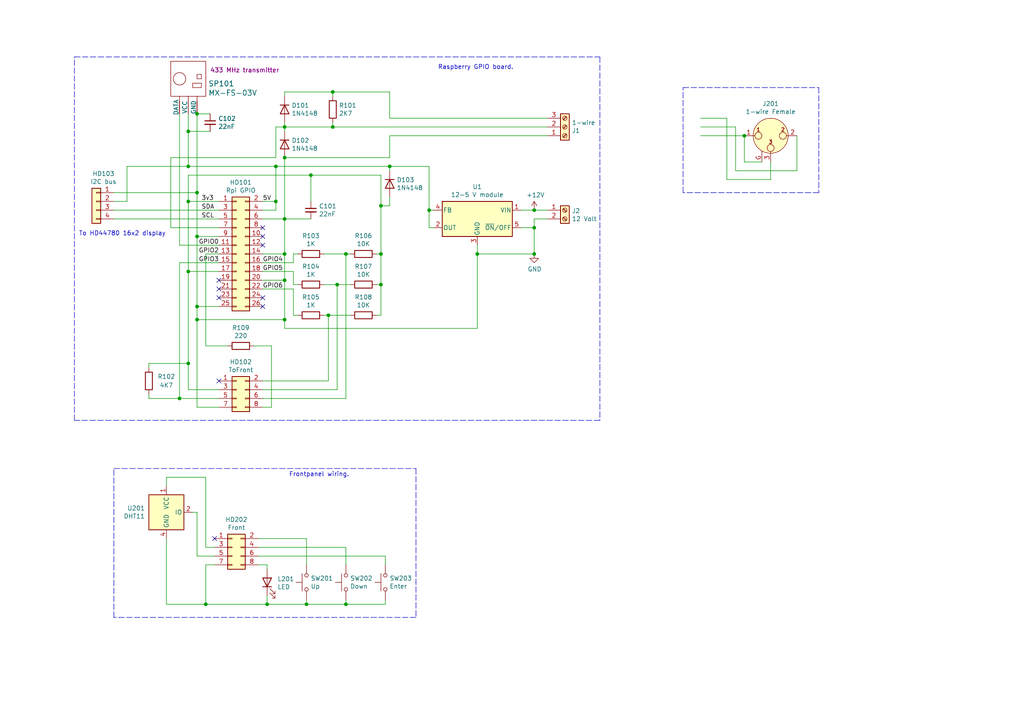
<source format=kicad_sch>
(kicad_sch (version 20211123) (generator eeschema)
  (paper "A4")
  (title_block (title "ThermFerm") (date "2021-05-28") (rev "1.1") (company "MBSE") (comment 1 "Raspberry GPIO extension"))
  (lib_symbols
    (symbol "Connector:Screw_Terminal_01x02" (pin_names (offset 1.016) hide)
      (property "Reference" "J" (at 0 2.54 0))
      (property "Value" "Screw_Terminal_01x02" (at 0 -5.08 0))
      (symbol "Screw_Terminal_01x02_1_1"
        (rectangle (start -1.27 1.27) (end 1.27 -3.81) (stroke (width 0.254)) (fill (type background)))
        (circle (center 0 -2.54) (radius 0.635) (stroke (width 0.1524)))
        (polyline (pts (xy -0.5334 -2.2098) (xy 0.3302 -3.048)) (stroke (width 0.1524)))
        (polyline (pts (xy -0.5334 0.3302) (xy 0.3302 -0.508)) (stroke (width 0.1524)))
        (polyline (pts (xy -0.3556 -2.032) (xy 0.508 -2.8702)) (stroke (width 0.1524)))
        (polyline (pts (xy -0.3556 0.508) (xy 0.508 -0.3302)) (stroke (width 0.1524)))
        (circle (center 0 0) (radius 0.635) (stroke (width 0.1524)))
        (pin passive line (at -5.08 0 0) (length 3.81) (name "Pin_1") (number "1"))
        (pin passive line (at -5.08 -2.54 0) (length 3.81) (name "Pin_2") (number "2"))
      )
    )
    (symbol "Connector:Screw_Terminal_01x03" (pin_names (offset 1.016) hide)
      (property "Reference" "J" (at 0 5.08 0))
      (property "Value" "Screw_Terminal_01x03" (at 0 -5.08 0))
      (symbol "Screw_Terminal_01x03_1_1"
        (rectangle (start -1.27 3.81) (end 1.27 -3.81) (stroke (width 0.254)) (fill (type background)))
        (circle (center 0 -2.54) (radius 0.635) (stroke (width 0.1524)))
        (polyline (pts (xy -0.5334 -2.2098) (xy 0.3302 -3.048)) (stroke (width 0.1524)))
        (polyline (pts (xy -0.5334 0.3302) (xy 0.3302 -0.508)) (stroke (width 0.1524)))
        (polyline (pts (xy -0.5334 2.8702) (xy 0.3302 2.032)) (stroke (width 0.1524)))
        (polyline (pts (xy -0.3556 -2.032) (xy 0.508 -2.8702)) (stroke (width 0.1524)))
        (polyline (pts (xy -0.3556 0.508) (xy 0.508 -0.3302)) (stroke (width 0.1524)))
        (polyline (pts (xy -0.3556 3.048) (xy 0.508 2.2098)) (stroke (width 0.1524)))
        (circle (center 0 0) (radius 0.635) (stroke (width 0.1524)))
        (circle (center 0 2.54) (radius 0.635) (stroke (width 0.1524)))
        (pin passive line (at -5.08 2.54 0) (length 3.81) (name "Pin_1") (number "1"))
        (pin passive line (at -5.08 0 0) (length 3.81) (name "Pin_2") (number "2"))
        (pin passive line (at -5.08 -2.54 0) (length 3.81) (name "Pin_3") (number "3"))
      )
    )
    (symbol "Connector:XLR3_Ground" (pin_names hide)
      (property "Reference" "J" (at 0 8.89 0))
      (property "Value" "XLR3_Ground" (at 0 6.35 0))
      (symbol "XLR3_Ground_0_1"
        (circle (center -3.556 0) (radius 1.016))
        (circle (center 0 -3.556) (radius 1.016))
        (polyline (pts (xy -5.08 0) (xy -4.572 0)))
        (polyline (pts (xy -2.54 -5.08) (xy -2.54 -4.445)))
        (polyline (pts (xy 0 -5.08) (xy 0 -4.572)))
        (polyline (pts (xy 5.08 0) (xy 4.572 0)))
        (circle (center 0 0) (radius 5.08) (fill (type background)))
        (circle (center 3.556 0) (radius 1.016))
        (text "1" (at -3.556 1.778 0) (effects (font (size 1.016 1.016) bold)))
        (text "2" (at 3.556 1.778 0) (effects (font (size 1.016 1.016) bold)))
        (text "3" (at 0 -1.778 0) (effects (font (size 1.016 1.016) bold)))
        (pin passive line (at -7.62 0 0) (length 2.54) (name "~") (number "1"))
        (pin passive line (at 7.62 0 180) (length 2.54) (name "~") (number "2"))
        (pin passive line (at 0 -7.62 90) (length 2.54) (name "~") (number "3"))
      )
      (symbol "XLR3_Ground_1_1"
        (pin passive line (at -2.54 -7.62 90) (length 2.54) (name "~") (number "G"))
      )
    )
    (symbol "Connector_Generic:Conn_01x04" (pin_names (offset 1.016) hide)
      (property "Reference" "J" (at 0 5.08 0))
      (property "Value" "Conn_01x04" (at 0 -7.62 0))
      (symbol "Conn_01x04_1_1"
        (rectangle (start -1.27 -4.953) (end 0 -5.207) (stroke (width 0.1524)))
        (rectangle (start -1.27 -2.413) (end 0 -2.667) (stroke (width 0.1524)))
        (rectangle (start -1.27 0.127) (end 0 -0.127) (stroke (width 0.1524)))
        (rectangle (start -1.27 2.667) (end 0 2.413) (stroke (width 0.1524)))
        (rectangle (start -1.27 3.81) (end 1.27 -6.35) (stroke (width 0.254)) (fill (type background)))
        (pin passive line (at -5.08 2.54 0) (length 3.81) (name "Pin_1") (number "1"))
        (pin passive line (at -5.08 0 0) (length 3.81) (name "Pin_2") (number "2"))
        (pin passive line (at -5.08 -2.54 0) (length 3.81) (name "Pin_3") (number "3"))
        (pin passive line (at -5.08 -5.08 0) (length 3.81) (name "Pin_4") (number "4"))
      )
    )
    (symbol "Connector_Generic:Conn_02x04_Odd_Even" (pin_names (offset 1.016) hide)
      (property "Reference" "J" (at 1.27 5.08 0))
      (property "Value" "Conn_02x04_Odd_Even" (at 1.27 -7.62 0))
      (symbol "Conn_02x04_Odd_Even_1_1"
        (rectangle (start -1.27 -4.953) (end 0 -5.207) (stroke (width 0.1524)))
        (rectangle (start -1.27 -2.413) (end 0 -2.667) (stroke (width 0.1524)))
        (rectangle (start -1.27 0.127) (end 0 -0.127) (stroke (width 0.1524)))
        (rectangle (start -1.27 2.667) (end 0 2.413) (stroke (width 0.1524)))
        (rectangle (start -1.27 3.81) (end 3.81 -6.35) (stroke (width 0.254)) (fill (type background)))
        (rectangle (start 3.81 -4.953) (end 2.54 -5.207) (stroke (width 0.1524)))
        (rectangle (start 3.81 -2.413) (end 2.54 -2.667) (stroke (width 0.1524)))
        (rectangle (start 3.81 0.127) (end 2.54 -0.127) (stroke (width 0.1524)))
        (rectangle (start 3.81 2.667) (end 2.54 2.413) (stroke (width 0.1524)))
        (pin passive line (at -5.08 2.54 0) (length 3.81) (name "Pin_1") (number "1"))
        (pin passive line (at 7.62 2.54 180) (length 3.81) (name "Pin_2") (number "2"))
        (pin passive line (at -5.08 0 0) (length 3.81) (name "Pin_3") (number "3"))
        (pin passive line (at 7.62 0 180) (length 3.81) (name "Pin_4") (number "4"))
        (pin passive line (at -5.08 -2.54 0) (length 3.81) (name "Pin_5") (number "5"))
        (pin passive line (at 7.62 -2.54 180) (length 3.81) (name "Pin_6") (number "6"))
        (pin passive line (at -5.08 -5.08 0) (length 3.81) (name "Pin_7") (number "7"))
        (pin passive line (at 7.62 -5.08 180) (length 3.81) (name "Pin_8") (number "8"))
      )
    )
    (symbol "Connector_Generic:Conn_02x13_Odd_Even" (pin_names (offset 1.016) hide)
      (property "Reference" "J" (at 1.27 17.78 0))
      (property "Value" "Conn_02x13_Odd_Even" (at 1.27 -17.78 0))
      (symbol "Conn_02x13_Odd_Even_1_1"
        (rectangle (start -1.27 -15.113) (end 0 -15.367) (stroke (width 0.1524)))
        (rectangle (start -1.27 -12.573) (end 0 -12.827) (stroke (width 0.1524)))
        (rectangle (start -1.27 -10.033) (end 0 -10.287) (stroke (width 0.1524)))
        (rectangle (start -1.27 -7.493) (end 0 -7.747) (stroke (width 0.1524)))
        (rectangle (start -1.27 -4.953) (end 0 -5.207) (stroke (width 0.1524)))
        (rectangle (start -1.27 -2.413) (end 0 -2.667) (stroke (width 0.1524)))
        (rectangle (start -1.27 0.127) (end 0 -0.127) (stroke (width 0.1524)))
        (rectangle (start -1.27 2.667) (end 0 2.413) (stroke (width 0.1524)))
        (rectangle (start -1.27 5.207) (end 0 4.953) (stroke (width 0.1524)))
        (rectangle (start -1.27 7.747) (end 0 7.493) (stroke (width 0.1524)))
        (rectangle (start -1.27 10.287) (end 0 10.033) (stroke (width 0.1524)))
        (rectangle (start -1.27 12.827) (end 0 12.573) (stroke (width 0.1524)))
        (rectangle (start -1.27 15.367) (end 0 15.113) (stroke (width 0.1524)))
        (rectangle (start -1.27 16.51) (end 3.81 -16.51) (stroke (width 0.254)) (fill (type background)))
        (rectangle (start 3.81 -15.113) (end 2.54 -15.367) (stroke (width 0.1524)))
        (rectangle (start 3.81 -12.573) (end 2.54 -12.827) (stroke (width 0.1524)))
        (rectangle (start 3.81 -10.033) (end 2.54 -10.287) (stroke (width 0.1524)))
        (rectangle (start 3.81 -7.493) (end 2.54 -7.747) (stroke (width 0.1524)))
        (rectangle (start 3.81 -4.953) (end 2.54 -5.207) (stroke (width 0.1524)))
        (rectangle (start 3.81 -2.413) (end 2.54 -2.667) (stroke (width 0.1524)))
        (rectangle (start 3.81 0.127) (end 2.54 -0.127) (stroke (width 0.1524)))
        (rectangle (start 3.81 2.667) (end 2.54 2.413) (stroke (width 0.1524)))
        (rectangle (start 3.81 5.207) (end 2.54 4.953) (stroke (width 0.1524)))
        (rectangle (start 3.81 7.747) (end 2.54 7.493) (stroke (width 0.1524)))
        (rectangle (start 3.81 10.287) (end 2.54 10.033) (stroke (width 0.1524)))
        (rectangle (start 3.81 12.827) (end 2.54 12.573) (stroke (width 0.1524)))
        (rectangle (start 3.81 15.367) (end 2.54 15.113) (stroke (width 0.1524)))
        (pin passive line (at -5.08 15.24 0) (length 3.81) (name "Pin_1") (number "1"))
        (pin passive line (at 7.62 5.08 180) (length 3.81) (name "Pin_10") (number "10"))
        (pin passive line (at -5.08 2.54 0) (length 3.81) (name "Pin_11") (number "11"))
        (pin passive line (at 7.62 2.54 180) (length 3.81) (name "Pin_12") (number "12"))
        (pin passive line (at -5.08 0 0) (length 3.81) (name "Pin_13") (number "13"))
        (pin passive line (at 7.62 0 180) (length 3.81) (name "Pin_14") (number "14"))
        (pin passive line (at -5.08 -2.54 0) (length 3.81) (name "Pin_15") (number "15"))
        (pin passive line (at 7.62 -2.54 180) (length 3.81) (name "Pin_16") (number "16"))
        (pin passive line (at -5.08 -5.08 0) (length 3.81) (name "Pin_17") (number "17"))
        (pin passive line (at 7.62 -5.08 180) (length 3.81) (name "Pin_18") (number "18"))
        (pin passive line (at -5.08 -7.62 0) (length 3.81) (name "Pin_19") (number "19"))
        (pin passive line (at 7.62 15.24 180) (length 3.81) (name "Pin_2") (number "2"))
        (pin passive line (at 7.62 -7.62 180) (length 3.81) (name "Pin_20") (number "20"))
        (pin passive line (at -5.08 -10.16 0) (length 3.81) (name "Pin_21") (number "21"))
        (pin passive line (at 7.62 -10.16 180) (length 3.81) (name "Pin_22") (number "22"))
        (pin passive line (at -5.08 -12.7 0) (length 3.81) (name "Pin_23") (number "23"))
        (pin passive line (at 7.62 -12.7 180) (length 3.81) (name "Pin_24") (number "24"))
        (pin passive line (at -5.08 -15.24 0) (length 3.81) (name "Pin_25") (number "25"))
        (pin passive line (at 7.62 -15.24 180) (length 3.81) (name "Pin_26") (number "26"))
        (pin passive line (at -5.08 12.7 0) (length 3.81) (name "Pin_3") (number "3"))
        (pin passive line (at 7.62 12.7 180) (length 3.81) (name "Pin_4") (number "4"))
        (pin passive line (at -5.08 10.16 0) (length 3.81) (name "Pin_5") (number "5"))
        (pin passive line (at 7.62 10.16 180) (length 3.81) (name "Pin_6") (number "6"))
        (pin passive line (at -5.08 7.62 0) (length 3.81) (name "Pin_7") (number "7"))
        (pin passive line (at 7.62 7.62 180) (length 3.81) (name "Pin_8") (number "8"))
        (pin passive line (at -5.08 5.08 0) (length 3.81) (name "Pin_9") (number "9"))
      )
    )
    (symbol "Device:C_Small" (pin_numbers hide) (pin_names (offset 0.254) hide)
      (property "Reference" "C" (at 0.254 1.778 0))
      (property "Value" "C_Small" (at 0.254 -2.032 0))
      (symbol "C_Small_0_1"
        (polyline (pts (xy -1.524 -0.508) (xy 1.524 -0.508)) (stroke (width 0.3302)))
        (polyline (pts (xy -1.524 0.508) (xy 1.524 0.508)) (stroke (width 0.3048)))
      )
      (symbol "C_Small_1_1"
        (pin passive line (at 0 2.54 270) (length 2.032) (name "~") (number "1"))
        (pin passive line (at 0 -2.54 90) (length 2.032) (name "~") (number "2"))
      )
    )
    (symbol "Device:LED" (pin_numbers hide) (pin_names (offset 1.016) hide)
      (property "Reference" "D" (at 0 2.54 0))
      (property "Value" "LED" (at 0 -2.54 0))
      (symbol "LED_0_1"
        (polyline (pts (xy -1.27 -1.27) (xy -1.27 1.27)) (stroke (width 0.254)))
        (polyline (pts (xy -1.27 0) (xy 1.27 0)))
        (polyline (pts (xy 1.27 -1.27) (xy 1.27 1.27) (xy -1.27 0) (xy 1.27 -1.27)) (stroke (width 0.254)))
        (polyline (pts (xy -3.048 -0.762) (xy -4.572 -2.286) (xy -3.81 -2.286) (xy -4.572 -2.286) (xy -4.572 -1.524)))
        (polyline (pts (xy -1.778 -0.762) (xy -3.302 -2.286) (xy -2.54 -2.286) (xy -3.302 -2.286) (xy -3.302 -1.524)))
      )
      (symbol "LED_1_1"
        (pin passive line (at -3.81 0 0) (length 2.54) (name "K") (number "1"))
        (pin passive line (at 3.81 0 180) (length 2.54) (name "A") (number "2"))
      )
    )
    (symbol "Device:R" (pin_numbers hide) (pin_names (offset 0))
      (property "Reference" "R" (at 2.032 0 90))
      (property "Value" "R" (at 0 0 90))
      (symbol "R_0_1"
        (rectangle (start -1.016 -2.54) (end 1.016 2.54) (stroke (width 0.254)))
      )
      (symbol "R_1_1"
        (pin passive line (at 0 3.81 270) (length 1.27) (name "~") (number "1"))
        (pin passive line (at 0 -3.81 90) (length 1.27) (name "~") (number "2"))
      )
    )
    (symbol "Diode:1N4148" (pin_numbers hide) (pin_names (offset 1.016) hide)
      (property "Reference" "D" (at 0 2.54 0))
      (property "Value" "1N4148" (at 0 -2.54 0))
      (symbol "1N4148_0_1"
        (polyline (pts (xy -1.27 1.27) (xy -1.27 -1.27)) (stroke (width 0.254)))
        (polyline (pts (xy 1.27 0) (xy -1.27 0)))
        (polyline (pts (xy 1.27 1.27) (xy 1.27 -1.27) (xy -1.27 0) (xy 1.27 1.27)) (stroke (width 0.254)))
      )
      (symbol "1N4148_1_1"
        (pin passive line (at -3.81 0 0) (length 2.54) (name "K") (number "1"))
        (pin passive line (at 3.81 0 180) (length 2.54) (name "A") (number "2"))
      )
    )
    (symbol "Regulator_Switching:LM2575-5.0BU" (pin_names (offset 0.254))
      (property "Reference" "U" (at -10.16 6.35 0))
      (property "Value" "LM2575-5.0BU" (at 0 6.35 0))
      (symbol "LM2575-5.0BU_0_1"
        (rectangle (start -10.16 5.08) (end 10.16 -5.08) (stroke (width 0.254)) (fill (type background)))
      )
      (symbol "LM2575-5.0BU_1_1"
        (pin power_in line (at -12.7 2.54 0) (length 2.54) (name "VIN") (number "1"))
        (pin output line (at 12.7 -2.54 180) (length 2.54) (name "OUT") (number "2"))
        (pin power_in line (at 0 -7.62 90) (length 2.54) (name "GND") (number "3"))
        (pin input line (at 12.7 2.54 180) (length 2.54) (name "FB") (number "4"))
        (pin input line (at -12.7 -2.54 0) (length 2.54) (name "~{ON}/OFF") (number "5"))
      )
    )
    (symbol "Sensor:DHT11"
      (property "Reference" "U" (at -3.81 6.35 0))
      (property "Value" "DHT11" (at 3.81 6.35 0))
      (symbol "DHT11_0_1"
        (rectangle (start -5.08 5.08) (end 5.08 -5.08) (stroke (width 0.254)) (fill (type background)))
      )
      (symbol "DHT11_1_1"
        (pin power_in line (at 0 7.62 270) (length 2.54) (name "VCC") (number "1"))
        (pin bidirectional line (at 7.62 0 180) (length 2.54) (name "IO") (number "2"))
        (pin no_connect line (at -5.08 0 0) (length 2.54) hide (name "NC") (number "3"))
        (pin power_in line (at 0 -7.62 90) (length 2.54) (name "GND") (number "4"))
      )
    )
    (symbol "Switch:SW_Push" (pin_numbers hide) (pin_names (offset 1.016) hide)
      (property "Reference" "SW" (at 1.27 2.54 0))
      (property "Value" "SW_Push" (at 0 -1.524 0))
      (symbol "SW_Push_0_1"
        (circle (center -2.032 0) (radius 0.508))
        (polyline (pts (xy 0 1.27) (xy 0 3.048)))
        (polyline (pts (xy 2.54 1.27) (xy -2.54 1.27)))
        (circle (center 2.032 0) (radius 0.508))
        (pin passive line (at -5.08 0 0) (length 2.54) (name "1") (number "1"))
        (pin passive line (at 5.08 0 180) (length 2.54) (name "2") (number "2"))
      )
    )
    (symbol "ThermFerm-rescue:RF_Transmitter_433_MHz-Stavros-sensors" (pin_numbers hide) (pin_names (offset 0))
      (property "Reference" "RF" (at 0 20.32 0))
      (property "Value" "RF_Transmitter_433_MHz-Stavros-sensors" (at 0 17.78 0))
      (symbol "RF_Transmitter_433_MHz-Stavros-sensors_0_1"
        (rectangle (start -5.08 5.08) (end 5.08 15.24))
        (circle (center -2.54 10.16) (radius 1.8034))
        (polyline (pts (xy -2.54 3.81) (xy -2.54 5.08)))
        (polyline (pts (xy 0 3.81) (xy 0 5.08)))
        (polyline (pts (xy 2.54 3.81) (xy 2.54 5.08)))
        (rectangle (start 3.81 8.89) (end 1.27 7.62))
        (rectangle (start 3.81 11.43) (end 2.54 10.16))
      )
      (symbol "RF_Transmitter_433_MHz-Stavros-sensors_1_1"
        (pin input line (at -2.54 0 90) (length 3.81) (name "DATA") (number "1"))
        (pin power_in line (at 0 0 90) (length 3.81) (name "VCC") (number "2"))
        (pin power_in line (at 2.54 0 90) (length 3.81) (name "GND") (number "3"))
      )
    )
    (symbol "power:+12V" (power) (pin_names (offset 0))
      (property "Value" "+12V" (at 0 3.556 0))
      (symbol "+12V_0_1"
        (polyline (pts (xy -0.762 1.27) (xy 0 2.54)))
        (polyline (pts (xy 0 0) (xy 0 2.54)))
        (polyline (pts (xy 0 2.54) (xy 0.762 1.27)))
      )
      (symbol "+12V_1_1"
        (pin power_in line (at 0 0 90) (length 0) hide (name "+12V") (number "1"))
      )
    )
    (symbol "power:GND" (power) (pin_names (offset 0))
      (property "Value" "GND" (at 0 -3.81 0))
      (symbol "GND_0_1"
        (polyline (pts (xy 0 0) (xy 0 -1.27) (xy 1.27 -1.27) (xy 0 -2.54) (xy -1.27 -1.27) (xy 0 -1.27)))
      )
      (symbol "GND_1_1"
        (pin power_in line (at 0 0 270) (length 0) hide (name "GND") (number "1"))
      )
    )
  )
  (junction (at 57.15 88.9))
  (junction (at 154.94 73.66))
  (junction (at 110.49 59.69))
  (junction (at 54.61 58.42))
  (junction (at 154.94 66.04))
  (junction (at 95.25 91.44))
  (junction (at 82.55 92.71))
  (junction (at 82.55 63.5))
  (junction (at 59.69 175.26))
  (junction (at 54.61 48.26))
  (junction (at 110.49 73.66))
  (junction (at 96.52 36.83))
  (junction (at 54.61 78.74))
  (junction (at 82.55 81.28))
  (junction (at 110.49 82.55))
  (junction (at 154.94 60.96))
  (junction (at 124.46 60.96))
  (junction (at 52.07 115.57))
  (junction (at 88.9 175.26))
  (junction (at 97.79 82.55))
  (junction (at 100.33 73.66))
  (junction (at 80.01 48.26))
  (junction (at 57.15 92.71))
  (junction (at 80.01 58.42))
  (junction (at 54.61 38.1))
  (junction (at 82.55 45.72))
  (junction (at 54.61 105.41))
  (junction (at 90.17 50.8))
  (junction (at 96.52 26.67))
  (junction (at 113.03 48.26))
  (junction (at 100.33 175.26))
  (junction (at 82.55 36.83))
  (junction (at 77.47 175.26))
  (junction (at 57.15 55.88))
  (junction (at 57.15 33.02))
  (junction (at 57.15 68.58))
  (junction (at 215.9 39.37))
  (junction (at 138.43 73.66))
  (junction (at 82.55 73.66))
  (no_connect (at 76.2 86.36))
  (no_connect (at 63.5 110.49))
  (no_connect (at 63.5 86.36))
  (no_connect (at 76.2 66.04))
  (no_connect (at 76.2 68.58))
  (no_connect (at 76.2 88.9))
  (no_connect (at 76.2 71.12))
  (no_connect (at 62.23 156.21))
  (no_connect (at 63.5 83.82))
  (no_connect (at 63.5 81.28))
  (wire (pts (xy 82.55 63.5) (xy 82.55 73.66)))
  (wire (pts (xy 54.61 58.42) (xy 63.5 58.42)))
  (wire (pts (xy 33.02 63.5) (xy 63.5 63.5)))
  (wire (pts (xy 203.2 36.83) (xy 213.36 36.83)))
  (wire (pts (xy 54.61 48.26) (xy 80.01 48.26)))
  (wire (pts (xy 110.49 59.69) (xy 110.49 50.8)))
  (wire (pts (xy 48.26 138.43) (xy 48.26 140.97)))
  (wire (pts (xy 54.61 58.42) (xy 54.61 50.8)))
  (wire (pts (xy 82.55 95.25) (xy 138.43 95.25)))
  (wire (pts (xy 85.09 83.82) (xy 85.09 91.44)))
  (polyline (pts (xy 120.65 135.89) (xy 120.65 179.07)))
  (wire (pts (xy 82.55 92.71) (xy 82.55 81.28)))
  (wire (pts (xy 76.2 83.82) (xy 85.09 83.82)))
  (wire (pts (xy 113.03 26.67) (xy 113.03 34.29)))
  (wire (pts (xy 43.18 105.41) (xy 54.61 105.41)))
  (wire (pts (xy 63.5 60.96) (xy 33.02 60.96)))
  (wire (pts (xy 59.69 158.75) (xy 59.69 138.43)))
  (polyline (pts (xy 198.12 25.4) (xy 237.49 25.4)))
  (wire (pts (xy 124.46 48.26) (xy 124.46 60.96)))
  (wire (pts (xy 97.79 113.03) (xy 97.79 82.55)))
  (wire (pts (xy 63.5 68.58) (xy 57.15 68.58)))
  (wire (pts (xy 110.49 73.66) (xy 109.22 73.66)))
  (wire (pts (xy 88.9 163.83) (xy 88.9 156.21)))
  (wire (pts (xy 74.93 161.29) (xy 111.76 161.29)))
  (wire (pts (xy 100.33 175.26) (xy 111.76 175.26)))
  (wire (pts (xy 154.94 63.5) (xy 158.75 63.5)))
  (wire (pts (xy 95.25 110.49) (xy 76.2 110.49)))
  (wire (pts (xy 95.25 91.44) (xy 95.25 110.49)))
  (wire (pts (xy 80.01 58.42) (xy 76.2 58.42)))
  (wire (pts (xy 54.61 113.03) (xy 63.5 113.03)))
  (wire (pts (xy 77.47 175.26) (xy 59.69 175.26)))
  (wire (pts (xy 76.2 60.96) (xy 80.01 60.96)))
  (wire (pts (xy 210.82 34.29) (xy 210.82 52.07)))
  (wire (pts (xy 110.49 50.8) (xy 90.17 50.8)))
  (wire (pts (xy 57.15 55.88) (xy 33.02 55.88)))
  (wire (pts (xy 213.36 49.53) (xy 231.14 49.53)))
  (wire (pts (xy 52.07 33.02) (xy 52.07 71.12)))
  (wire (pts (xy 220.98 46.99) (xy 215.9 46.99)))
  (wire (pts (xy 96.52 26.67) (xy 113.03 26.67)))
  (wire (pts (xy 113.03 34.29) (xy 158.75 34.29)))
  (wire (pts (xy 76.2 113.03) (xy 97.79 113.03)))
  (wire (pts (xy 85.09 73.66) (xy 86.36 73.66)))
  (wire (pts (xy 109.22 91.44) (xy 110.49 91.44)))
  (wire (pts (xy 203.2 34.29) (xy 210.82 34.29)))
  (polyline (pts (xy 21.59 16.51) (xy 173.99 16.51)))
  (wire (pts (xy 54.61 105.41) (xy 54.61 113.03)))
  (wire (pts (xy 76.2 78.74) (xy 85.09 78.74)))
  (wire (pts (xy 76.2 118.11) (xy 78.74 118.11)))
  (wire (pts (xy 111.76 161.29) (xy 111.76 163.83)))
  (wire (pts (xy 36.83 48.26) (xy 54.61 48.26)))
  (wire (pts (xy 76.2 76.2) (xy 85.09 76.2)))
  (wire (pts (xy 93.98 73.66) (xy 100.33 73.66)))
  (wire (pts (xy 95.25 91.44) (xy 101.6 91.44)))
  (wire (pts (xy 154.94 60.96) (xy 158.75 60.96)))
  (wire (pts (xy 203.2 39.37) (xy 215.9 39.37)))
  (wire (pts (xy 82.55 27.94) (xy 82.55 26.67)))
  (polyline (pts (xy 173.99 16.51) (xy 173.99 121.92)))
  (wire (pts (xy 57.15 68.58) (xy 57.15 88.9)))
  (wire (pts (xy 113.03 48.26) (xy 124.46 48.26)))
  (wire (pts (xy 88.9 173.99) (xy 88.9 175.26)))
  (wire (pts (xy 151.13 66.04) (xy 154.94 66.04)))
  (wire (pts (xy 57.15 118.11) (xy 57.15 92.71)))
  (wire (pts (xy 57.15 88.9) (xy 63.5 88.9)))
  (wire (pts (xy 96.52 36.83) (xy 96.52 35.56)))
  (wire (pts (xy 85.09 91.44) (xy 86.36 91.44)))
  (wire (pts (xy 100.33 115.57) (xy 100.33 73.66)))
  (wire (pts (xy 63.5 118.11) (xy 57.15 118.11)))
  (wire (pts (xy 33.02 58.42) (xy 36.83 58.42)))
  (wire (pts (xy 52.07 71.12) (xy 63.5 71.12)))
  (wire (pts (xy 55.88 148.59) (xy 57.15 148.59)))
  (wire (pts (xy 82.55 26.67) (xy 96.52 26.67)))
  (wire (pts (xy 74.93 158.75) (xy 100.33 158.75)))
  (wire (pts (xy 96.52 27.94) (xy 96.52 26.67)))
  (wire (pts (xy 110.49 73.66) (xy 110.49 59.69)))
  (polyline (pts (xy 237.49 25.4) (xy 237.49 55.88)))
  (wire (pts (xy 52.07 115.57) (xy 63.5 115.57)))
  (wire (pts (xy 110.49 82.55) (xy 110.49 73.66)))
  (wire (pts (xy 213.36 36.83) (xy 213.36 49.53)))
  (wire (pts (xy 88.9 156.21) (xy 74.93 156.21)))
  (wire (pts (xy 215.9 46.99) (xy 215.9 39.37)))
  (wire (pts (xy 82.55 36.83) (xy 82.55 35.56)))
  (wire (pts (xy 223.52 52.07) (xy 223.52 46.99)))
  (wire (pts (xy 59.69 100.33) (xy 66.04 100.33)))
  (wire (pts (xy 97.79 82.55) (xy 101.6 82.55)))
  (wire (pts (xy 57.15 161.29) (xy 62.23 161.29)))
  (wire (pts (xy 78.74 100.33) (xy 73.66 100.33)))
  (wire (pts (xy 82.55 73.66) (xy 82.55 81.28)))
  (wire (pts (xy 57.15 92.71) (xy 82.55 92.71)))
  (wire (pts (xy 57.15 68.58) (xy 57.15 55.88)))
  (wire (pts (xy 63.5 76.2) (xy 52.07 76.2)))
  (wire (pts (xy 124.46 60.96) (xy 124.46 66.04)))
  (wire (pts (xy 63.5 78.74) (xy 54.61 78.74)))
  (wire (pts (xy 100.33 175.26) (xy 100.33 173.99)))
  (polyline (pts (xy 198.12 55.88) (xy 198.12 25.4)))
  (wire (pts (xy 59.69 73.66) (xy 59.69 100.33)))
  (wire (pts (xy 62.23 163.83) (xy 59.69 163.83)))
  (wire (pts (xy 60.96 33.02) (xy 57.15 33.02)))
  (wire (pts (xy 124.46 66.04) (xy 125.73 66.04)))
  (wire (pts (xy 110.49 91.44) (xy 110.49 82.55)))
  (wire (pts (xy 54.61 78.74) (xy 54.61 58.42)))
  (wire (pts (xy 151.13 60.96) (xy 154.94 60.96)))
  (wire (pts (xy 52.07 115.57) (xy 43.18 115.57)))
  (wire (pts (xy 82.55 81.28) (xy 76.2 81.28)))
  (wire (pts (xy 93.98 91.44) (xy 95.25 91.44)))
  (wire (pts (xy 80.01 36.83) (xy 82.55 36.83)))
  (wire (pts (xy 43.18 106.68) (xy 43.18 105.41)))
  (wire (pts (xy 63.5 73.66) (xy 59.69 73.66)))
  (wire (pts (xy 90.17 63.5) (xy 82.55 63.5)))
  (wire (pts (xy 54.61 50.8) (xy 90.17 50.8)))
  (polyline (pts (xy 237.49 55.88) (xy 198.12 55.88)))
  (wire (pts (xy 90.17 50.8) (xy 90.17 58.42)))
  (wire (pts (xy 210.82 52.07) (xy 223.52 52.07)))
  (wire (pts (xy 54.61 38.1) (xy 54.61 48.26)))
  (wire (pts (xy 138.43 71.12) (xy 138.43 73.66)))
  (wire (pts (xy 43.18 115.57) (xy 43.18 114.3)))
  (wire (pts (xy 124.46 60.96) (xy 125.73 60.96)))
  (wire (pts (xy 82.55 73.66) (xy 76.2 73.66)))
  (polyline (pts (xy 33.02 179.07) (xy 33.02 135.89)))
  (wire (pts (xy 138.43 95.25) (xy 138.43 73.66)))
  (wire (pts (xy 77.47 172.72) (xy 77.47 175.26)))
  (wire (pts (xy 113.03 57.15) (xy 113.03 59.69)))
  (wire (pts (xy 80.01 60.96) (xy 80.01 58.42)))
  (polyline (pts (xy 21.59 121.92) (xy 21.59 16.51)))
  (wire (pts (xy 82.55 92.71) (xy 82.55 95.25)))
  (wire (pts (xy 110.49 82.55) (xy 109.22 82.55)))
  (wire (pts (xy 48.26 175.26) (xy 48.26 156.21)))
  (wire (pts (xy 59.69 163.83) (xy 59.69 175.26)))
  (wire (pts (xy 85.09 78.74) (xy 85.09 82.55)))
  (wire (pts (xy 85.09 76.2) (xy 85.09 73.66)))
  (wire (pts (xy 76.2 115.57) (xy 100.33 115.57)))
  (wire (pts (xy 113.03 59.69) (xy 110.49 59.69)))
  (wire (pts (xy 154.94 73.66) (xy 154.94 66.04)))
  (wire (pts (xy 77.47 163.83) (xy 77.47 165.1)))
  (polyline (pts (xy 33.02 135.89) (xy 120.65 135.89)))
  (wire (pts (xy 80.01 48.26) (xy 113.03 48.26)))
  (wire (pts (xy 113.03 45.72) (xy 113.03 39.37)))
  (wire (pts (xy 76.2 63.5) (xy 82.55 63.5)))
  (wire (pts (xy 62.23 158.75) (xy 59.69 158.75)))
  (wire (pts (xy 100.33 73.66) (xy 101.6 73.66)))
  (wire (pts (xy 78.74 118.11) (xy 78.74 100.33)))
  (wire (pts (xy 138.43 73.66) (xy 154.94 73.66)))
  (wire (pts (xy 57.15 148.59) (xy 57.15 161.29)))
  (wire (pts (xy 82.55 38.1) (xy 82.55 36.83)))
  (wire (pts (xy 93.98 82.55) (xy 97.79 82.55)))
  (wire (pts (xy 113.03 48.26) (xy 113.03 49.53)))
  (wire (pts (xy 74.93 163.83) (xy 77.47 163.83)))
  (wire (pts (xy 154.94 66.04) (xy 154.94 63.5)))
  (wire (pts (xy 57.15 55.88) (xy 57.15 33.02)))
  (wire (pts (xy 88.9 175.26) (xy 100.33 175.26)))
  (wire (pts (xy 63.5 66.04) (xy 49.53 66.04)))
  (wire (pts (xy 80.01 45.72) (xy 80.01 36.83)))
  (wire (pts (xy 49.53 45.72) (xy 80.01 45.72)))
  (polyline (pts (xy 120.65 179.07) (xy 33.02 179.07)))
  (wire (pts (xy 59.69 138.43) (xy 48.26 138.43)))
  (wire (pts (xy 111.76 175.26) (xy 111.76 173.99)))
  (wire (pts (xy 54.61 33.02) (xy 54.61 38.1)))
  (wire (pts (xy 60.96 38.1) (xy 54.61 38.1)))
  (wire (pts (xy 85.09 82.55) (xy 86.36 82.55)))
  (wire (pts (xy 52.07 76.2) (xy 52.07 115.57)))
  (wire (pts (xy 49.53 66.04) (xy 49.53 45.72)))
  (wire (pts (xy 54.61 78.74) (xy 54.61 105.41)))
  (wire (pts (xy 88.9 175.26) (xy 77.47 175.26)))
  (wire (pts (xy 80.01 48.26) (xy 80.01 58.42)))
  (wire (pts (xy 82.55 45.72) (xy 113.03 45.72)))
  (wire (pts (xy 59.69 175.26) (xy 48.26 175.26)))
  (polyline (pts (xy 173.99 121.92) (xy 21.59 121.92)))
  (wire (pts (xy 82.55 63.5) (xy 82.55 45.72)))
  (wire (pts (xy 158.75 36.83) (xy 96.52 36.83)))
  (wire (pts (xy 96.52 36.83) (xy 82.55 36.83)))
  (wire (pts (xy 36.83 58.42) (xy 36.83 48.26)))
  (wire (pts (xy 113.03 39.37) (xy 158.75 39.37)))
  (wire (pts (xy 100.33 158.75) (xy 100.33 163.83)))
  (wire (pts (xy 57.15 88.9) (xy 57.15 92.71)))
  (wire (pts (xy 231.14 49.53) (xy 231.14 39.37)))
  (text "Raspberry GPIO board." (at 127 20.32 0) (effects (font (size 1.27 1.27)) (justify left bottom)))
  (text "Frontpanel wiring." (at 83.82 138.43 0) (effects (font (size 1.27 1.27)) (justify left bottom)))
  (text "To HD44780 16x2 display" (at 22.86 68.58 0) (effects (font (size 1.27 1.27)) (justify left bottom)))
  (label "SCL" (at 58.42 63.5 0))
  (label "GPIO3" (at 63.5 76.2 180))
  (label "GPIO4" (at 76.2 76.2 0))
  (label "GPIO6" (at 76.2 83.82 0))
  (label "GPIO2" (at 63.5 73.66 180))
  (label "3v3" (at 58.42 58.42 0))
  (label "SDA" (at 58.42 60.96 0))
  (label "5V" (at 76.2 58.42 0))
  (label "GPIO5" (at 76.2 78.74 0))
  (label "GPIO0" (at 63.5 71.12 180))
  (symbol (lib_id "Connector_Generic:Conn_02x13_Odd_Even") (at 68.58 73.66 0) (unit 1)
    (property "Reference" "HD101" (at 69.85 52.9082 0))
    (property "Value" "Rpi GPIO" (at 69.85 55.2196 0))
    (property "Footprint" "Connector_PinHeader_2.54mm:PinHeader_2x13_P2.54mm_Vertical" (effects hide))
  )
  (symbol (lib_id "Connector_Generic:Conn_02x04_Odd_Even") (at 68.58 113.03 0) (unit 1)
    (property "Reference" "HD102" (at 69.85 104.9782 0))
    (property "Value" "ToFront" (at 69.85 107.2896 0))
    (property "Footprint" "Connector_PinHeader_2.54mm:PinHeader_2x04_P2.54mm_Vertical" (effects hide))
  )
  (symbol (lib_id "Connector_Generic:Conn_01x04") (at 27.94 58.42 0) (mirror y) (unit 1)
    (property "Reference" "HD103" (at 30.0228 50.3682 0))
    (property "Value" "I2C bus" (at 30.0228 52.6796 0))
    (property "Footprint" "Connector_PinHeader_2.54mm:PinHeader_1x04_P2.54mm_Vertical" (effects hide))
  )
  (symbol (lib_id "Connector:Screw_Terminal_01x03") (at 163.83 36.83 0) (mirror x) (unit 1)
    (property "Reference" "J1" (at 165.862 37.8968 0) (effects (justify left)))
    (property "Value" "1-wire" (at 165.862 35.5854 0) (effects (justify left)))
    (property "Footprint" "TerminalBlock:TerminalBlock_Altech_AK300-3_P5.00mm" (effects hide))
  )
  (symbol (lib_id "Connector:Screw_Terminal_01x02") (at 163.83 60.96 0) (unit 1)
    (property "Reference" "J2" (at 165.862 61.1632 0) (effects (justify left)))
    (property "Value" "12 Volt" (at 165.862 63.4746 0) (effects (justify left)))
    (property "Footprint" "TerminalBlock:TerminalBlock_Altech_AK300-2_P5.00mm" (effects hide))
  )
  (symbol (lib_id "ThermFerm-rescue:RF_Transmitter_433_MHz-Stavros-sensors") (at 54.61 33.02 0) (unit 1)
    (property "Reference" "SP101" (at 60.4012 24.257 0) (effects (font (size 1.524 1.524)) (justify left)))
    (property "Value" "MX-FS-03V" (at 60.4012 26.9494 0) (effects (font (size 1.524 1.524)) (justify left)))
    (property "Footprint" "Stavros-sensors:RF_Transmitter_433_MHz" (effects hide))
    (property "Comment" "433 MHz transmitter" (at 60.96 20.32 0) (effects (justify left)))
  )
  (symbol (lib_id "Device:C_Small") (at 60.96 35.56 0) (unit 1)
    (property "Reference" "C102" (at 63.2968 34.3916 0) (effects (justify left)))
    (property "Value" "22nF" (at 63.2968 36.703 0) (effects (justify left)))
    (property "Footprint" "Capacitor_THT:C_Disc_D3.0mm_W2.0mm_P2.50mm" (effects hide))
  )
  (symbol (lib_id "Device:C_Small") (at 90.17 60.96 0) (unit 1)
    (property "Reference" "C101" (at 92.5068 59.7916 0) (effects (justify left)))
    (property "Value" "22nF" (at 92.5068 62.103 0) (effects (justify left)))
    (property "Footprint" "Capacitor_THT:C_Disc_D3.0mm_W2.0mm_P2.50mm" (effects hide))
  )
  (symbol (lib_id "Device:R") (at 90.17 73.66 90) (unit 1)
    (property "Reference" "R103" (at 90.17 68.4022 90))
    (property "Value" "1K" (at 90.17 70.7136 90))
    (property "Footprint" "Resistor_THT:R_Axial_DIN0204_L3.6mm_D1.6mm_P2.54mm_Vertical" (effects hide))
  )
  (symbol (lib_id "Device:R") (at 90.17 82.55 90) (unit 1)
    (property "Reference" "R104" (at 90.17 77.2922 90))
    (property "Value" "1K" (at 90.17 79.6036 90))
    (property "Footprint" "Resistor_THT:R_Axial_DIN0204_L3.6mm_D1.6mm_P2.54mm_Vertical" (effects hide))
  )
  (symbol (lib_id "Device:R") (at 90.17 91.44 90) (unit 1)
    (property "Reference" "R105" (at 90.17 86.1822 90))
    (property "Value" "1K" (at 90.17 88.4936 90))
    (property "Footprint" "Resistor_THT:R_Axial_DIN0204_L3.6mm_D1.6mm_P2.54mm_Vertical" (effects hide))
  )
  (symbol (lib_id "Device:R") (at 105.41 73.66 90) (unit 1)
    (property "Reference" "R106" (at 105.41 68.4022 90))
    (property "Value" "10K" (at 105.41 70.7136 90))
    (property "Footprint" "Resistor_THT:R_Axial_DIN0204_L3.6mm_D1.6mm_P2.54mm_Vertical" (effects hide))
  )
  (symbol (lib_id "Device:R") (at 105.41 82.55 90) (unit 1)
    (property "Reference" "R107" (at 105.41 77.2922 90))
    (property "Value" "10K" (at 105.41 79.6036 90))
    (property "Footprint" "Resistor_THT:R_Axial_DIN0204_L3.6mm_D1.6mm_P2.54mm_Vertical" (effects hide))
  )
  (symbol (lib_id "Device:R") (at 105.41 91.44 90) (unit 1)
    (property "Reference" "R108" (at 105.41 86.1822 90))
    (property "Value" "10K" (at 105.41 88.4936 90))
    (property "Footprint" "Resistor_THT:R_Axial_DIN0204_L3.6mm_D1.6mm_P2.54mm_Vertical" (effects hide))
  )
  (symbol (lib_id "Device:R") (at 96.52 31.75 0) (unit 1)
    (property "Reference" "R101" (at 98.298 30.5816 0) (effects (justify left)))
    (property "Value" "2K7" (at 98.298 32.893 0) (effects (justify left)))
    (property "Footprint" "Resistor_THT:R_Axial_DIN0204_L3.6mm_D1.6mm_P2.54mm_Vertical" (effects hide))
  )
  (symbol (lib_id "Diode:1N4148") (at 82.55 31.75 270) (unit 1)
    (property "Reference" "D101" (at 84.582 30.5816 90) (effects (justify left)))
    (property "Value" "1N4148" (at 84.582 32.893 90) (effects (justify left)))
    (property "Footprint" "Diode_THT:D_DO-35_SOD27_P2.54mm_Vertical_AnodeUp" (effects hide))
    (property "Datasheet" "https://assets.nexperia.com/documents/data-sheet/1N4148_1N4448.pdf" (effects hide))
  )
  (symbol (lib_id "Diode:1N4148") (at 82.55 41.91 270) (unit 1)
    (property "Reference" "D102" (at 84.582 40.7416 90) (effects (justify left)))
    (property "Value" "1N4148" (at 84.582 43.053 90) (effects (justify left)))
    (property "Footprint" "Diode_THT:D_DO-35_SOD27_P2.54mm_Vertical_AnodeUp" (effects hide))
    (property "Datasheet" "https://assets.nexperia.com/documents/data-sheet/1N4148_1N4448.pdf" (effects hide))
  )
  (symbol (lib_id "Diode:1N4148") (at 113.03 53.34 270) (unit 1)
    (property "Reference" "D103" (at 115.062 52.1716 90) (effects (justify left)))
    (property "Value" "1N4148" (at 115.062 54.483 90) (effects (justify left)))
    (property "Footprint" "Diode_THT:D_DO-35_SOD27_P2.54mm_Vertical_AnodeUp" (effects hide))
    (property "Datasheet" "https://assets.nexperia.com/documents/data-sheet/1N4148_1N4448.pdf" (effects hide))
  )
  (symbol (lib_id "Device:R") (at 69.85 100.33 90) (unit 1)
    (property "Reference" "R109" (at 69.85 95.0722 90))
    (property "Value" "220" (at 69.85 97.3836 90))
    (property "Footprint" "Resistor_THT:R_Axial_DIN0204_L3.6mm_D1.6mm_P2.54mm_Vertical" (effects hide))
  )
  (symbol (lib_id "Device:R") (at 43.18 110.49 0) (unit 1)
    (property "Reference" "R102" (at 48.26 109.22 0))
    (property "Value" "4K7" (at 48.26 111.76 0))
    (property "Footprint" "Resistor_THT:R_Axial_DIN0204_L3.6mm_D1.6mm_P2.54mm_Vertical" (effects hide))
  )
  (symbol (lib_id "Regulator_Switching:LM2575-5.0BU") (at 138.43 63.5 0) (mirror y) (unit 1)
    (property "Reference" "U1" (at 138.43 54.1782 0))
    (property "Value" "12-5 V module" (at 138.43 56.4896 0))
    (property "Footprint" "Package_TO_SOT_SMD:TO-263-5_TabPin3" (effects hide))
    (property "Datasheet" "http://ww1.microchip.com/downloads/en/DeviceDoc/lm2575.pdf" (effects hide))
  )
  (symbol (lib_id "power:GND") (at 154.94 73.66 0) (unit 1)
    (property "Reference" "#PWR0101" (effects hide))
    (property "Value" "GND" (at 155.067 78.0542 0))
  )
  (symbol (lib_id "power:+12V") (at 154.94 60.96 0) (unit 1)
    (property "Reference" "#PWR0102" (effects hide))
    (property "Value" "+12V" (at 155.321 56.5658 0))
  )
  (symbol (lib_id "Connector_Generic:Conn_02x04_Odd_Even") (at 67.31 158.75 0) (unit 1)
    (property "Reference" "HD202" (at 68.58 150.6982 0))
    (property "Value" "Front" (at 68.58 153.0096 0))
    (property "Footprint" "Connector_PinSocket_2.54mm:PinSocket_2x04_P2.54mm_Vertical" (effects hide))
  )
  (symbol (lib_id "Device:LED") (at 77.47 168.91 90) (unit 1)
    (property "Reference" "L201" (at 80.4672 167.9194 90) (effects (justify right)))
    (property "Value" "LED" (at 80.4672 170.2308 90) (effects (justify right)))
  )
  (symbol (lib_id "Switch:SW_Push") (at 88.9 168.91 90) (unit 1)
    (property "Reference" "SW201" (at 90.1192 167.7416 90) (effects (justify right)))
    (property "Value" "Up" (at 90.1192 170.053 90) (effects (justify right)))
  )
  (symbol (lib_id "Switch:SW_Push") (at 100.33 168.91 90) (unit 1)
    (property "Reference" "SW202" (at 101.5492 167.7416 90) (effects (justify right)))
    (property "Value" "Down" (at 101.5492 170.053 90) (effects (justify right)))
  )
  (symbol (lib_id "Switch:SW_Push") (at 111.76 168.91 90) (unit 1)
    (property "Reference" "SW203" (at 112.9792 167.7416 90) (effects (justify right)))
    (property "Value" "Enter" (at 112.9792 170.053 90) (effects (justify right)))
  )
  (symbol (lib_id "Sensor:DHT11") (at 48.26 148.59 0) (unit 1)
    (property "Reference" "U201" (at 42.0624 147.4216 0) (effects (justify right)))
    (property "Value" "DHT11" (at 42.0624 149.733 0) (effects (justify right)))
    (property "Footprint" "Sensor:Aosong_DHT11_5.5x12.0_P2.54mm" (effects hide))
    (property "Datasheet" "http://akizukidenshi.com/download/ds/aosong/DHT11.pdf" (effects hide))
  )
  (symbol (lib_id "Connector:XLR3_Ground") (at 223.52 39.37 0) (unit 1)
    (property "Reference" "J201" (at 223.52 30.099 0))
    (property "Value" "1-wire Female" (at 223.52 32.4104 0))
    (property "Datasheet" " ~" (effects hide))
  )
)
</source>
